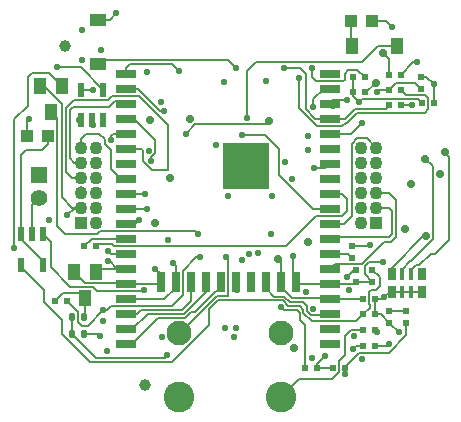
<source format=gbr>
G04 #@! TF.GenerationSoftware,KiCad,Pcbnew,7.0.7*
G04 #@! TF.CreationDate,2024-10-24T15:21:26-07:00*
G04 #@! TF.ProjectId,ESP_POE_1.4b,4553505f-504f-4455-9f31-2e34622e6b69,K*
G04 #@! TF.SameCoordinates,Original*
G04 #@! TF.FileFunction,Copper,L6,Bot*
G04 #@! TF.FilePolarity,Positive*
%FSLAX46Y46*%
G04 Gerber Fmt 4.6, Leading zero omitted, Abs format (unit mm)*
G04 Created by KiCad (PCBNEW 7.0.7) date 2024-10-24 15:21:26*
%MOMM*%
%LPD*%
G01*
G04 APERTURE LIST*
G04 Aperture macros list*
%AMRoundRect*
0 Rectangle with rounded corners*
0 $1 Rounding radius*
0 $2 $3 $4 $5 $6 $7 $8 $9 X,Y pos of 4 corners*
0 Add a 4 corners polygon primitive as box body*
4,1,4,$2,$3,$4,$5,$6,$7,$8,$9,$2,$3,0*
0 Add four circle primitives for the rounded corners*
1,1,$1+$1,$2,$3*
1,1,$1+$1,$4,$5*
1,1,$1+$1,$6,$7*
1,1,$1+$1,$8,$9*
0 Add four rect primitives between the rounded corners*
20,1,$1+$1,$2,$3,$4,$5,0*
20,1,$1+$1,$4,$5,$6,$7,0*
20,1,$1+$1,$6,$7,$8,$9,0*
20,1,$1+$1,$8,$9,$2,$3,0*%
G04 Aperture macros list end*
G04 #@! TA.AperFunction,ComponentPad*
%ADD10R,1.400000X1.400000*%
G04 #@! TD*
G04 #@! TA.AperFunction,ComponentPad*
%ADD11C,1.400000*%
G04 #@! TD*
G04 #@! TA.AperFunction,ComponentPad*
%ADD12C,2.100000*%
G04 #@! TD*
G04 #@! TA.AperFunction,ComponentPad*
%ADD13C,2.600000*%
G04 #@! TD*
G04 #@! TA.AperFunction,ComponentPad*
%ADD14R,1.100000X1.100000*%
G04 #@! TD*
G04 #@! TA.AperFunction,ComponentPad*
%ADD15C,1.100000*%
G04 #@! TD*
G04 #@! TA.AperFunction,SMDPad,CuDef*
%ADD16R,0.500000X0.550000*%
G04 #@! TD*
G04 #@! TA.AperFunction,SMDPad,CuDef*
%ADD17R,0.550000X0.500000*%
G04 #@! TD*
G04 #@! TA.AperFunction,ConnectorPad*
%ADD18C,1.000000*%
G04 #@! TD*
G04 #@! TA.AperFunction,SMDPad,CuDef*
%ADD19R,0.635000X1.016000*%
G04 #@! TD*
G04 #@! TA.AperFunction,SMDPad,CuDef*
%ADD20R,0.381000X1.016000*%
G04 #@! TD*
G04 #@! TA.AperFunction,SMDPad,CuDef*
%ADD21R,1.000000X1.400000*%
G04 #@! TD*
G04 #@! TA.AperFunction,SMDPad,CuDef*
%ADD22R,1.016000X1.016000*%
G04 #@! TD*
G04 #@! TA.AperFunction,SMDPad,CuDef*
%ADD23R,0.550000X1.200000*%
G04 #@! TD*
G04 #@! TA.AperFunction,SMDPad,CuDef*
%ADD24R,1.400000X1.000000*%
G04 #@! TD*
G04 #@! TA.AperFunction,SMDPad,CuDef*
%ADD25RoundRect,0.135000X0.135000X0.185000X-0.135000X0.185000X-0.135000X-0.185000X0.135000X-0.185000X0*%
G04 #@! TD*
G04 #@! TA.AperFunction,SMDPad,CuDef*
%ADD26R,1.800000X0.800000*%
G04 #@! TD*
G04 #@! TA.AperFunction,SMDPad,CuDef*
%ADD27R,0.800000X1.800000*%
G04 #@! TD*
G04 #@! TA.AperFunction,ComponentPad*
%ADD28C,0.700000*%
G04 #@! TD*
G04 #@! TA.AperFunction,ComponentPad*
%ADD29C,1.500000*%
G04 #@! TD*
G04 #@! TA.AperFunction,SMDPad,CuDef*
%ADD30R,3.900000X3.900000*%
G04 #@! TD*
G04 #@! TA.AperFunction,SMDPad,CuDef*
%ADD31RoundRect,0.135000X-0.135000X-0.185000X0.135000X-0.185000X0.135000X0.185000X-0.135000X0.185000X0*%
G04 #@! TD*
G04 #@! TA.AperFunction,ViaPad*
%ADD32C,0.550000*%
G04 #@! TD*
G04 #@! TA.AperFunction,ViaPad*
%ADD33C,0.700000*%
G04 #@! TD*
G04 #@! TA.AperFunction,Conductor*
%ADD34C,0.203200*%
G04 #@! TD*
G04 #@! TA.AperFunction,Conductor*
%ADD35C,0.200000*%
G04 #@! TD*
G04 APERTURE END LIST*
D10*
X74389520Y-143148050D03*
D11*
X74392060Y-145177510D03*
D12*
X86256400Y-156589400D03*
D13*
X86256400Y-161949400D03*
D12*
X94896400Y-156589400D03*
D13*
X94896400Y-161949400D03*
D14*
X77927200Y-147218400D03*
D15*
X79197200Y-147218400D03*
X77927200Y-145948400D03*
X79197200Y-145948400D03*
X77927200Y-144678400D03*
X79197200Y-144678400D03*
X77927200Y-143408400D03*
X79197200Y-143408400D03*
X77927200Y-142138400D03*
X79197200Y-142138400D03*
X77927200Y-140868400D03*
X79197200Y-140868400D03*
D16*
X105054400Y-137261600D03*
X104038400Y-137261600D03*
D17*
X100888800Y-150215600D03*
X100888800Y-149199600D03*
D18*
X83362800Y-160934400D03*
X76555600Y-132283200D03*
D19*
X104241600Y-151536400D03*
X104241600Y-153060400D03*
D20*
X105130600Y-151536400D03*
X105130600Y-153060400D03*
X105892600Y-151536400D03*
X105892600Y-153060400D03*
D19*
X106781600Y-151536400D03*
X106781600Y-153060400D03*
D16*
X105003600Y-134721600D03*
X103987600Y-134721600D03*
X105003600Y-135991600D03*
X103987600Y-135991600D03*
D17*
X106730800Y-135890000D03*
X106730800Y-134874000D03*
D21*
X74437240Y-135646160D03*
X76339700Y-135646160D03*
X75384660Y-137855960D03*
D17*
X102616000Y-151231600D03*
X102616000Y-152247600D03*
D16*
X101803200Y-154990800D03*
X102819200Y-154990800D03*
D22*
X75107800Y-139852400D03*
X73329800Y-139852400D03*
D23*
X72862400Y-148204400D03*
X73812400Y-148204400D03*
X74762400Y-148204400D03*
X74762400Y-150804400D03*
X72862400Y-150804400D03*
D17*
X101244400Y-151231600D03*
X101244400Y-152247600D03*
D16*
X96926400Y-159512000D03*
X97942400Y-159512000D03*
X106832400Y-137109200D03*
X107848400Y-137109200D03*
X101955600Y-134924800D03*
X100939600Y-134924800D03*
X101803200Y-156311600D03*
X102819200Y-156311600D03*
X101803200Y-157632400D03*
X102819200Y-157632400D03*
D21*
X77348000Y-151384000D03*
X79248000Y-151384000D03*
X78298000Y-153584000D03*
D16*
X102819200Y-153670000D03*
X101803200Y-153670000D03*
D24*
X79349600Y-130027600D03*
X79349600Y-133827600D03*
D17*
X105460800Y-155702000D03*
X105460800Y-154686000D03*
X104038400Y-155702000D03*
X104038400Y-154686000D03*
D21*
X104668400Y-132232400D03*
X100868400Y-132232400D03*
D16*
X100279200Y-159512000D03*
X99263200Y-159512000D03*
D25*
X78234000Y-156616400D03*
X77214000Y-156616400D03*
D16*
X100990400Y-136194800D03*
X102006400Y-136194800D03*
D26*
X98988000Y-134620000D03*
X98988000Y-135890000D03*
X98988000Y-137160000D03*
X98988000Y-138430000D03*
X98988000Y-139700000D03*
X98988000Y-140970000D03*
X98988000Y-142240000D03*
X98988000Y-143510000D03*
X98988000Y-144780000D03*
X98988000Y-146050000D03*
X98988000Y-147320000D03*
X98988000Y-148590000D03*
X98988000Y-149860000D03*
X98988000Y-151130000D03*
X98988000Y-152400000D03*
D27*
X96103000Y-152280000D03*
D26*
X98988000Y-153670000D03*
D27*
X94833000Y-152280000D03*
D26*
X98988000Y-154940000D03*
D27*
X93563000Y-152280000D03*
D26*
X98988000Y-156210000D03*
D27*
X92293000Y-152280000D03*
D26*
X98988000Y-157480000D03*
D27*
X91023000Y-152280000D03*
X89753000Y-152280000D03*
D26*
X81788000Y-157480000D03*
D27*
X88483000Y-152280000D03*
D26*
X81788000Y-156210000D03*
D27*
X87213000Y-152280000D03*
D26*
X81788000Y-154940000D03*
D27*
X85943000Y-152280000D03*
D26*
X81788000Y-153670000D03*
D27*
X84673000Y-152280000D03*
D26*
X81788000Y-152400000D03*
X81788000Y-151130000D03*
X81788000Y-149860000D03*
X81788000Y-148590000D03*
X81788000Y-147320000D03*
X81788000Y-146050000D03*
X81788000Y-144780000D03*
X81788000Y-143510000D03*
X81788000Y-142240000D03*
X81788000Y-140970000D03*
X81788000Y-139700000D03*
X81788000Y-138430000D03*
X81788000Y-137160000D03*
X81788000Y-135890000D03*
X81788000Y-134620000D03*
D28*
X93288000Y-143120000D03*
X93288000Y-141720000D03*
X92588000Y-143820000D03*
X92588000Y-141020000D03*
D29*
X91888000Y-142420000D03*
D30*
X91888000Y-142420000D03*
D28*
X91188000Y-143820000D03*
X91188000Y-141020000D03*
X90488000Y-143120000D03*
X90488000Y-141720000D03*
D31*
X77214000Y-155194000D03*
X78234000Y-155194000D03*
D23*
X79842400Y-138561600D03*
X78892400Y-138561600D03*
X77942400Y-138561600D03*
X77942400Y-135961600D03*
X79842400Y-135961600D03*
D16*
X79248000Y-149199600D03*
X78232000Y-149199600D03*
D22*
X100761800Y-130149600D03*
X102539800Y-130149600D03*
D16*
X76758800Y-153873200D03*
X75742800Y-153873200D03*
D14*
X102920800Y-147218400D03*
D15*
X101650800Y-147218400D03*
X102920800Y-145948400D03*
X101650800Y-145948400D03*
X102920800Y-144678400D03*
X101650800Y-144678400D03*
X102920800Y-143408400D03*
X101650800Y-143408400D03*
X102920800Y-142138400D03*
X101650800Y-142138400D03*
X102920800Y-140868400D03*
X101650800Y-140868400D03*
D32*
X93573600Y-135261600D03*
X76384400Y-135820400D03*
X72288400Y-149402800D03*
X96367600Y-134975600D03*
X98602800Y-158496000D03*
X104241600Y-130657600D03*
X86207600Y-134367600D03*
X97180400Y-139903200D03*
X79774800Y-155549600D03*
X92913200Y-149809200D03*
D33*
X97180400Y-148856298D03*
D32*
X100634800Y-152884800D03*
D33*
X102903979Y-135378187D03*
D32*
X98988000Y-134620000D03*
X103479600Y-150571200D03*
X75239700Y-146964400D03*
X103987600Y-157480000D03*
X95859600Y-150032800D03*
X73558400Y-138430000D03*
X84767299Y-156925237D03*
X77779700Y-138561600D03*
X78028800Y-130911600D03*
X107797600Y-135483600D03*
X105968800Y-137261600D03*
X77984024Y-133483076D03*
X104827901Y-156514800D03*
X106426000Y-133654800D03*
X79552800Y-156819600D03*
X97586800Y-137464800D03*
X103632000Y-153517600D03*
D33*
X85445600Y-143459200D03*
D32*
X83566000Y-134447100D03*
D33*
X103530400Y-132892800D03*
X100868400Y-132232400D03*
D32*
X99314000Y-137312400D03*
X100489115Y-136874658D03*
X101041200Y-156819600D03*
X79603600Y-132638800D03*
D33*
X105867200Y-143916400D03*
D32*
X106730800Y-151771600D03*
X84226400Y-151130000D03*
X86798849Y-139687300D03*
D33*
X93850621Y-138610179D03*
D32*
X80924400Y-129489200D03*
X97028000Y-153130000D03*
X90220800Y-150114000D03*
X87833200Y-148183600D03*
X76758800Y-146608800D03*
X80162400Y-158108400D03*
X100945292Y-157900100D03*
X98988000Y-144780000D03*
X103022400Y-136120300D03*
X101752400Y-138785600D03*
X75895200Y-134061200D03*
X78943200Y-138988800D03*
X80264103Y-150432480D03*
X101498400Y-137026400D03*
X97688400Y-142627600D03*
X92151200Y-149860000D03*
X91024898Y-156179400D03*
X90881200Y-156921200D03*
X91541600Y-150418800D03*
X90127902Y-156179400D03*
D33*
X108762800Y-141274800D03*
X107098899Y-141822000D03*
D32*
X102385801Y-149098000D03*
X95250000Y-142087600D03*
D33*
X105359200Y-147777200D03*
X108305600Y-143103600D03*
D32*
X85750400Y-150622000D03*
D33*
X107141554Y-148336615D03*
D32*
X81603600Y-148590000D03*
D33*
X83810951Y-138569200D03*
X87128700Y-138417300D03*
X94640400Y-150317200D03*
D32*
X83566000Y-146050000D03*
X99163106Y-149809029D03*
X83667600Y-141122400D03*
X84696128Y-137021528D03*
X80257900Y-149606000D03*
X98450400Y-157378400D03*
X91135700Y-152921239D03*
X92298700Y-152280000D03*
X98704400Y-156210000D03*
X83261200Y-152940000D03*
X97485200Y-134162800D03*
X100431600Y-151841200D03*
X94848690Y-154352127D03*
X100252962Y-160044562D03*
X97611543Y-154533468D03*
X85242400Y-158464000D03*
X95808800Y-143510000D03*
X94005254Y-148208854D03*
X79825600Y-154635200D03*
X88036400Y-150164800D03*
X94132400Y-144969500D03*
X89357200Y-140614400D03*
X90358280Y-144969957D03*
X91983560Y-138360400D03*
X101701600Y-158800800D03*
D33*
X95961200Y-157835600D03*
D32*
X102972438Y-156515638D03*
D33*
X84226400Y-147269200D03*
D32*
X75107800Y-139852400D03*
X90078400Y-135280400D03*
X80453800Y-140258800D03*
X85293200Y-148710400D03*
X104038400Y-154686000D03*
X91541600Y-139801600D03*
X97129600Y-141071600D03*
X85007200Y-137787257D03*
X83874200Y-142036800D03*
X83330800Y-144780000D03*
X78994000Y-135991600D03*
X82854800Y-147015200D03*
X95148400Y-134162300D03*
X91084400Y-134144000D03*
X98988000Y-140970000D03*
X97466400Y-158718000D03*
D34*
X107311000Y-137612800D02*
X107027200Y-137896600D01*
X107311000Y-136681800D02*
X107311000Y-137612800D01*
X101310164Y-137896600D02*
X100446564Y-138760200D01*
X72288400Y-138480800D02*
X73456800Y-137312400D01*
X100040400Y-139058600D02*
X97935600Y-139058600D01*
X75262740Y-134569200D02*
X76339700Y-135646160D01*
X107027200Y-137896600D02*
X101310164Y-137896600D01*
X73456800Y-137312400D02*
X73456800Y-134924800D01*
X72288400Y-149402800D02*
X72288400Y-138480800D01*
X96367600Y-137490600D02*
X96367600Y-134975600D01*
X105003600Y-135991600D02*
X105439800Y-136427800D01*
X73812400Y-134569200D02*
X75262740Y-134569200D01*
X105439800Y-136427800D02*
X107057000Y-136427800D01*
X97935600Y-139058600D02*
X96367600Y-137490600D01*
X76384400Y-135820400D02*
X76384400Y-135690860D01*
X107057000Y-136427800D02*
X107311000Y-136681800D01*
X100446564Y-138760200D02*
X100338800Y-138760200D01*
X76384400Y-135690860D02*
X76339700Y-135646160D01*
X73456800Y-134924800D02*
X73812400Y-134569200D01*
X100338800Y-138760200D02*
X100040400Y-139058600D01*
X73812400Y-145757170D02*
X74392060Y-145177510D01*
X73329800Y-139852400D02*
X73329800Y-138658600D01*
X95859600Y-150032800D02*
X95859600Y-151536600D01*
X102539800Y-130149600D02*
X103733600Y-130149600D01*
X101955600Y-150918400D02*
X102302800Y-150571200D01*
X103835200Y-157632400D02*
X103987600Y-157480000D01*
X101092000Y-152400000D02*
X101244400Y-152247600D01*
X86207600Y-134367600D02*
X85647200Y-133807200D01*
X101955600Y-150918400D02*
X101955600Y-151587200D01*
X97942400Y-159156400D02*
X98602800Y-158496000D01*
X101244400Y-152247600D02*
X102616000Y-152247600D01*
X106730800Y-134874000D02*
X107188000Y-134874000D01*
X102819200Y-157632400D02*
X103835200Y-157632400D01*
D35*
X102006400Y-136194800D02*
X102087366Y-136194800D01*
D34*
X103733600Y-130149600D02*
X104241600Y-130657600D01*
X73329800Y-138658600D02*
X73558400Y-138430000D01*
X107188000Y-134874000D02*
X107797600Y-135483600D01*
X101955600Y-151587200D02*
X102616000Y-152247600D01*
X98988000Y-152400000D02*
X101092000Y-152400000D01*
X96103000Y-151780000D02*
X96103000Y-152280000D01*
X107848400Y-135534400D02*
X107797600Y-135483600D01*
X97942400Y-159512000D02*
X97942400Y-159156400D01*
X95859600Y-151536600D02*
X96103000Y-151780000D01*
X107848400Y-137109200D02*
X107848400Y-135534400D01*
D35*
X102087366Y-136194800D02*
X102903979Y-135378187D01*
D34*
X96223000Y-152400000D02*
X96103000Y-152280000D01*
X98988000Y-152400000D02*
X96223000Y-152400000D01*
X77779700Y-138561600D02*
X77942400Y-138561600D01*
X85647200Y-133807200D02*
X82092800Y-133807200D01*
X99263200Y-159512000D02*
X97942400Y-159512000D01*
X99148700Y-134459300D02*
X98988000Y-134620000D01*
X102302800Y-150571200D02*
X103479600Y-150571200D01*
X81788000Y-134112000D02*
X81788000Y-134620000D01*
X73812400Y-148204400D02*
X73812400Y-145757170D01*
X82092800Y-133807200D02*
X81788000Y-134112000D01*
X104038400Y-155725299D02*
X104038400Y-155702000D01*
X104241600Y-153060400D02*
X105130600Y-153060400D01*
X106781600Y-153060400D02*
X105892600Y-153060400D01*
X79349600Y-156616400D02*
X79552800Y-156819600D01*
X105892600Y-153060400D02*
X105130600Y-153060400D01*
X103632000Y-153517600D02*
X103479600Y-153670000D01*
X104089200Y-153060400D02*
X104241600Y-153060400D01*
X105968800Y-137261600D02*
X105054400Y-137261600D01*
X78232000Y-156616400D02*
X79349600Y-156616400D01*
X104827901Y-156514800D02*
X104038400Y-155725299D01*
X103632000Y-153517600D02*
X104089200Y-153060400D01*
X98488000Y-135890000D02*
X97586800Y-136791200D01*
X106070400Y-133654800D02*
X106426000Y-133654800D01*
X98988000Y-135890000D02*
X98488000Y-135890000D01*
X102819200Y-154990800D02*
X103327200Y-154990800D01*
X97586800Y-136791200D02*
X97586800Y-137464800D01*
X103327200Y-154990800D02*
X104038400Y-155702000D01*
X103479600Y-153670000D02*
X102819200Y-153670000D01*
X105003600Y-134721600D02*
X106070400Y-133654800D01*
X102819200Y-153670000D02*
X102819200Y-154990800D01*
X100489115Y-136874658D02*
X99273342Y-136874658D01*
X103987600Y-134721600D02*
X103987600Y-133350000D01*
X98988000Y-137160000D02*
X99161600Y-137160000D01*
X103987600Y-133350000D02*
X103530400Y-132892800D01*
X99161600Y-137160000D02*
X99314000Y-137312400D01*
X99273342Y-136874658D02*
X98988000Y-137160000D01*
D35*
X100761800Y-130149600D02*
X100761800Y-132125800D01*
X100761800Y-132125800D02*
X100868400Y-132232400D01*
D34*
X81700600Y-152312600D02*
X81788000Y-152400000D01*
X106781600Y-151536400D02*
X106781600Y-151720800D01*
X77348000Y-151384000D02*
X78276600Y-152312600D01*
X84673000Y-152280000D02*
X84673000Y-151576600D01*
X93850621Y-138610179D02*
X93596800Y-138864000D01*
X93596800Y-138864000D02*
X87622149Y-138864000D01*
X106781600Y-151720800D02*
X106730800Y-151771600D01*
X84673000Y-151576600D02*
X84226400Y-151130000D01*
X84553000Y-152400000D02*
X84673000Y-152280000D01*
X87622149Y-138864000D02*
X86798849Y-139687300D01*
X78276600Y-152312600D02*
X81700600Y-152312600D01*
X81788000Y-152400000D02*
X84553000Y-152400000D01*
X80924400Y-129489200D02*
X80386000Y-130027600D01*
X80386000Y-130027600D02*
X79349600Y-130027600D01*
X100279200Y-156817217D02*
X100279200Y-158441590D01*
X86302811Y-156589400D02*
X89483611Y-153408600D01*
X75384660Y-137855960D02*
X75895200Y-138366500D01*
X100817317Y-156279100D02*
X100279200Y-156817217D01*
X79333107Y-148183600D02*
X79557807Y-147958900D01*
X101770700Y-156279100D02*
X100817317Y-156279100D01*
X101803200Y-156311600D02*
X101770700Y-156279100D01*
X86256400Y-156589400D02*
X86302811Y-156589400D01*
X75895200Y-147472400D02*
X76606400Y-148183600D01*
X90381600Y-153408600D02*
X90381600Y-150274800D01*
X75895200Y-138366500D02*
X75895200Y-147472400D01*
X96419400Y-160426400D02*
X94896400Y-161949400D01*
X76606400Y-148183600D02*
X79333107Y-148183600D01*
X79557807Y-147958900D02*
X87608500Y-147958900D01*
X99749362Y-159889438D02*
X99749362Y-158971428D01*
X99749362Y-158971428D02*
X100279200Y-158441590D01*
X89483611Y-153408600D02*
X90381600Y-153408600D01*
X99212400Y-160426400D02*
X99749362Y-159889438D01*
X87608500Y-147958900D02*
X87833200Y-148183600D01*
X99212400Y-160426400D02*
X96419400Y-160426400D01*
X90381600Y-150274800D02*
X90220800Y-150114000D01*
X75742800Y-153873200D02*
X76403200Y-153212800D01*
X78298000Y-155128000D02*
X78232000Y-155194000D01*
X78298000Y-153584000D02*
X78298000Y-155128000D01*
X77926800Y-153212800D02*
X78298000Y-153584000D01*
X76403200Y-153212800D02*
X77926800Y-153212800D01*
X77216000Y-145948400D02*
X76352400Y-145084800D01*
X76352400Y-137210800D02*
X74787760Y-135646160D01*
X77419200Y-145948400D02*
X77927200Y-145948400D01*
X77927200Y-145948400D02*
X77216000Y-145948400D01*
X76758800Y-146608800D02*
X77419200Y-145948400D01*
X76352400Y-145084800D02*
X76352400Y-137210800D01*
X100945292Y-157900100D02*
X101212992Y-157632400D01*
X74787760Y-135646160D02*
X74437240Y-135646160D01*
X74157840Y-135646160D02*
X74437240Y-135646160D01*
X101212992Y-157632400D02*
X101803200Y-157632400D01*
X95319400Y-149231400D02*
X97859400Y-146691400D01*
X79248000Y-149199600D02*
X79382100Y-149065500D01*
X80748400Y-149231400D02*
X95319400Y-149231400D01*
X100482400Y-145186400D02*
X100076000Y-144780000D01*
X80582500Y-149065500D02*
X80748400Y-149231400D01*
X100076000Y-144780000D02*
X98988000Y-144780000D01*
X100027600Y-146691400D02*
X100482400Y-146236600D01*
X100482400Y-146236600D02*
X100482400Y-145186400D01*
X97859400Y-146691400D02*
X100027600Y-146691400D01*
X79382100Y-149065500D02*
X80582500Y-149065500D01*
X100838000Y-139700000D02*
X98988000Y-139700000D01*
X104597200Y-135382000D02*
X103987600Y-135991600D01*
X103151100Y-135991600D02*
X103022400Y-136120300D01*
X103987600Y-135991600D02*
X103151100Y-135991600D01*
X101752400Y-138785600D02*
X100838000Y-139700000D01*
X106222800Y-135382000D02*
X104597200Y-135382000D01*
X106730800Y-135890000D02*
X106222800Y-135382000D01*
X75895200Y-134061200D02*
X77942000Y-134061200D01*
X77942000Y-134061200D02*
X79842400Y-135961600D01*
X81026000Y-151130000D02*
X80314800Y-150418800D01*
X81788000Y-151130000D02*
X81026000Y-151130000D01*
X78892400Y-138561600D02*
X78892400Y-138938000D01*
X81788000Y-151130000D02*
X79502000Y-151130000D01*
X78892400Y-138938000D02*
X78943200Y-138988800D01*
X79502000Y-151130000D02*
X79248000Y-151384000D01*
X101766800Y-136758000D02*
X106481200Y-136758000D01*
X100939600Y-134924800D02*
X100939600Y-136144000D01*
X101498400Y-137026400D02*
X101766800Y-136758000D01*
X100990400Y-136194800D02*
X100990400Y-136518400D01*
X106481200Y-136758000D02*
X106832400Y-137109200D01*
X97688400Y-142627600D02*
X98600400Y-142627600D01*
X100939600Y-136144000D02*
X100990400Y-136194800D01*
X98600400Y-142627600D02*
X98988000Y-142240000D01*
X100990400Y-136518400D02*
X101498400Y-137026400D01*
X90127902Y-156179400D02*
X90127902Y-156269502D01*
D35*
X105892600Y-151219900D02*
X106274100Y-150838400D01*
X109118400Y-141630400D02*
X108762800Y-141274800D01*
X109118400Y-148691600D02*
X109118400Y-141630400D01*
X105892600Y-151536400D02*
X105892600Y-151219900D01*
X107543600Y-149860000D02*
X107950000Y-149860000D01*
X106274100Y-150838400D02*
X106565200Y-150838400D01*
X107950000Y-149860000D02*
X109118400Y-148691600D01*
X106565200Y-150838400D02*
X107543600Y-149860000D01*
D34*
X107720154Y-142443255D02*
X107098899Y-141822000D01*
X105841800Y-150495000D02*
X107720154Y-148616646D01*
X107720154Y-148616646D02*
X107720154Y-142443255D01*
X105130600Y-151536400D02*
X105130600Y-151196426D01*
X105130600Y-151196426D02*
X105832026Y-150495000D01*
X105832026Y-150495000D02*
X105841800Y-150495000D01*
X100888800Y-149199600D02*
X100888800Y-148996400D01*
X102284201Y-149199600D02*
X102385801Y-149098000D01*
X100888800Y-149199600D02*
X102284201Y-149199600D01*
X81788000Y-153670000D02*
X84988400Y-153670000D01*
X85750400Y-150622000D02*
X85943000Y-150814600D01*
X85943000Y-152715400D02*
X85943000Y-152280000D01*
X85943000Y-150814600D02*
X85943000Y-152280000D01*
X84988400Y-153670000D02*
X85943000Y-152715400D01*
X104241600Y-151028400D02*
X106933385Y-148336615D01*
X104241600Y-151536400D02*
X104241600Y-151028400D01*
X106933385Y-148336615D02*
X107141554Y-148336615D01*
X78841600Y-148590000D02*
X78232000Y-149199600D01*
X81788000Y-148590000D02*
X78841600Y-148590000D01*
X101803200Y-153670000D02*
X98988000Y-153670000D01*
X94833000Y-152691000D02*
X95775600Y-153633600D01*
X98951600Y-153633600D02*
X98988000Y-153670000D01*
X95775600Y-153633600D02*
X98951600Y-153633600D01*
X94833000Y-152280000D02*
X94833000Y-150509800D01*
X94833000Y-151962000D02*
X94833000Y-152280000D01*
X94833000Y-152280000D02*
X94833000Y-152691000D01*
X94833000Y-150509800D02*
X94640400Y-150317200D01*
X83566000Y-146050000D02*
X81788000Y-146050000D01*
X100533200Y-149860000D02*
X100888800Y-150215600D01*
X98988000Y-149860000D02*
X100533200Y-149860000D01*
X81788000Y-149860000D02*
X80511900Y-149860000D01*
X80511900Y-149860000D02*
X80257900Y-149606000D01*
X83051700Y-154590700D02*
X82702400Y-154940000D01*
X82702400Y-154940000D02*
X81788000Y-154940000D01*
X87213000Y-153883800D02*
X86503668Y-154593132D01*
X83064300Y-154590700D02*
X83051700Y-154590700D01*
X86503668Y-154593132D02*
X83066732Y-154593132D01*
X83066732Y-154593132D02*
X83064300Y-154590700D01*
X87213000Y-152280000D02*
X87213000Y-153883800D01*
X88483000Y-152280000D02*
X88483000Y-153080774D01*
X88483000Y-153080774D02*
X86640442Y-154923332D01*
X83582668Y-154923332D02*
X82296000Y-156210000D01*
X86640442Y-154923332D02*
X83582668Y-154923332D01*
X82296000Y-156210000D02*
X81788000Y-156210000D01*
X89753000Y-152280000D02*
X89753000Y-152780000D01*
X87633818Y-154787600D02*
X87243148Y-154787600D01*
X89381118Y-153040300D02*
X87633818Y-154787600D01*
X84471668Y-155253532D02*
X82245200Y-157480000D01*
X89492700Y-153040300D02*
X89381118Y-153040300D01*
X89753000Y-152780000D02*
X89492700Y-153040300D01*
X87243148Y-154787600D02*
X86777215Y-155253532D01*
X82245200Y-157480000D02*
X81788000Y-157480000D01*
X86777215Y-155253532D02*
X84471668Y-155253532D01*
X98552000Y-157480000D02*
X98450400Y-157378400D01*
X91023000Y-152808539D02*
X91023000Y-152280000D01*
X98988000Y-157480000D02*
X98552000Y-157480000D01*
X91135700Y-152921239D02*
X91023000Y-152808539D01*
X98988000Y-156210000D02*
X98704400Y-156210000D01*
X92298700Y-152280000D02*
X92293000Y-152280000D01*
X93563000Y-152280000D02*
X93563000Y-152780000D01*
X95638827Y-153963800D02*
X96763000Y-153963800D01*
X94264582Y-153481582D02*
X95156608Y-153481582D01*
X98890932Y-155037068D02*
X98988000Y-154940000D01*
X97402945Y-155037068D02*
X98890932Y-155037068D01*
X96763000Y-153963800D02*
X97107943Y-154308743D01*
X95156608Y-153481582D02*
X95638827Y-153963800D01*
X93563000Y-152780000D02*
X94264582Y-153481582D01*
X97107943Y-154308743D02*
X97107943Y-154742066D01*
X97107943Y-154742066D02*
X97402945Y-155037068D01*
X78949000Y-152654000D02*
X77037000Y-152654000D01*
X75387200Y-148829200D02*
X74762400Y-148204400D01*
X75387200Y-151004200D02*
X75387200Y-148829200D01*
X79323600Y-153028600D02*
X83172600Y-153028600D01*
X78949000Y-152654000D02*
X79323600Y-153028600D01*
X77037000Y-152654000D02*
X75387200Y-151004200D01*
X83172600Y-153028600D02*
X83261200Y-152940000D01*
X96777743Y-154588143D02*
X96777743Y-154878840D01*
X101212600Y-155581400D02*
X101803200Y-154990800D01*
X74822974Y-153969374D02*
X76352400Y-155498800D01*
X103225600Y-152620200D02*
X103225600Y-151841200D01*
X103225600Y-151841200D02*
X102616000Y-151231600D01*
X102514400Y-152908000D02*
X102937800Y-152908000D01*
X102937800Y-152908000D02*
X103225600Y-152620200D01*
X88798400Y-154560784D02*
X89547402Y-153811782D01*
X76767100Y-157081900D02*
X76775500Y-157081900D01*
X88798400Y-155855614D02*
X88798400Y-154560784D01*
X96777743Y-154878840D02*
X97480303Y-155581400D01*
X85650014Y-159004000D02*
X88798400Y-155855614D01*
X76775500Y-157081900D02*
X78697600Y-159004000D01*
X76352400Y-156667200D02*
X76767100Y-157081900D01*
X72862400Y-150942000D02*
X74822974Y-152902574D01*
X102378700Y-154415300D02*
X102378700Y-154173600D01*
X96483600Y-154294000D02*
X96777743Y-154588143D01*
X102378700Y-154173600D02*
X102340600Y-154135500D01*
X89547402Y-153811782D02*
X95019836Y-153811782D01*
X97480303Y-155581400D02*
X101212600Y-155581400D01*
X101803200Y-154990800D02*
X102378700Y-154415300D01*
X95019836Y-153811782D02*
X95502054Y-154294000D01*
X74822974Y-152902574D02*
X74822974Y-153969374D01*
X78697600Y-159004000D02*
X85650014Y-159004000D01*
X76352400Y-155498800D02*
X76352400Y-156667200D01*
X95502054Y-154294000D02*
X96483600Y-154294000D01*
X102340600Y-153081800D02*
X102514400Y-152908000D01*
X102340600Y-154135500D02*
X102340600Y-153081800D01*
X72862400Y-150804400D02*
X72862400Y-150942000D01*
X100253800Y-134645400D02*
X100584000Y-134315200D01*
X97485200Y-134874400D02*
X97859400Y-135248600D01*
X100116600Y-135248600D02*
X100253800Y-135111400D01*
X101346000Y-134315200D02*
X101955600Y-134924800D01*
X97859400Y-135248600D02*
X100116600Y-135248600D01*
X100253800Y-135111400D02*
X100253800Y-134645400D01*
X100584000Y-134315200D02*
X101346000Y-134315200D01*
X97485200Y-134162800D02*
X97485200Y-134874400D01*
X101041200Y-151231600D02*
X100431600Y-151841200D01*
X101244400Y-151231600D02*
X101041200Y-151231600D01*
X96447543Y-154940000D02*
X96447543Y-155015614D01*
X96447543Y-155432743D02*
X96447543Y-154940000D01*
X95120763Y-154624200D02*
X96206365Y-154624200D01*
X96447543Y-154865378D02*
X96447543Y-154940000D01*
X96206365Y-154624200D02*
X96447543Y-154865378D01*
X96926400Y-155911600D02*
X96926400Y-159512000D01*
X96926400Y-155911600D02*
X96447543Y-155432743D01*
X94848690Y-154352127D02*
X95120763Y-154624200D01*
X105460800Y-155702000D02*
X105460800Y-156771183D01*
X100279200Y-160018324D02*
X100279200Y-159512000D01*
X100279200Y-159410400D02*
X100279200Y-159512000D01*
X103989983Y-158242000D02*
X101447600Y-158242000D01*
X105460800Y-156771183D02*
X103989983Y-158242000D01*
X100252962Y-160044562D02*
X100279200Y-160018324D01*
X101447600Y-158242000D02*
X100279200Y-159410400D01*
X85058000Y-158648400D02*
X85242400Y-158464000D01*
X77216000Y-156616400D02*
X79248000Y-158648400D01*
X77216000Y-155194000D02*
X77216000Y-156616400D01*
X79248000Y-158648400D02*
X83667600Y-158648400D01*
X83667600Y-158648400D02*
X85058000Y-158648400D01*
X76758800Y-153873200D02*
X77712600Y-154827000D01*
X82914926Y-154260500D02*
X85643500Y-154260500D01*
X85643500Y-154260500D02*
X86571600Y-153332400D01*
X77712600Y-155656800D02*
X78011800Y-155956000D01*
X80460800Y-154311400D02*
X82864026Y-154311400D01*
X79825600Y-154635200D02*
X80137000Y-154635200D01*
X78011800Y-155956000D02*
X78504800Y-155956000D01*
X86571600Y-151274000D02*
X87680800Y-150164800D01*
X82864026Y-154311400D02*
X82914926Y-154260500D01*
X87680800Y-150164800D02*
X88036400Y-150164800D01*
X78504800Y-155956000D02*
X79825600Y-154635200D01*
X86571600Y-153332400D02*
X86571600Y-151274000D01*
X80137000Y-154635200D02*
X80460800Y-154311400D01*
X77712600Y-154827000D02*
X77712600Y-155656800D01*
X91983560Y-138360400D02*
X91983560Y-134381240D01*
X91983560Y-134381240D02*
X92742500Y-133622300D01*
D35*
X104668400Y-132232400D02*
X103124000Y-132232400D01*
D34*
X101734100Y-133622300D02*
X103124000Y-132232400D01*
X92742500Y-133622300D02*
X101734100Y-133622300D01*
X102819200Y-156362400D02*
X102972438Y-156515638D01*
X102819200Y-156311600D02*
X102819200Y-156362400D01*
X72862400Y-141493200D02*
X72862400Y-148204400D01*
X73253600Y-141071600D02*
X72847200Y-141478000D01*
X74762400Y-150804400D02*
X74762400Y-150505200D01*
X74625200Y-141071600D02*
X73253600Y-141071600D01*
X75107800Y-139852400D02*
X75107800Y-140589000D01*
X72862400Y-148605200D02*
X72862400Y-148204400D01*
X72847200Y-141478000D02*
X72862400Y-141493200D01*
X74762400Y-150505200D02*
X72862400Y-148605200D01*
X75107800Y-140589000D02*
X74625200Y-141071600D01*
X80453800Y-140258800D02*
X80453800Y-139916600D01*
X80453800Y-139916600D02*
X80670400Y-139700000D01*
X105460800Y-154686000D02*
X104038400Y-154686000D01*
X80670400Y-139700000D02*
X81788000Y-139700000D01*
X104038400Y-148437600D02*
X99140400Y-148437600D01*
X104267000Y-146227800D02*
X104267000Y-148209000D01*
X99140400Y-148437600D02*
X98988000Y-148590000D01*
X102920800Y-145948400D02*
X103987600Y-145948400D01*
X103987600Y-145948400D02*
X104267000Y-146227800D01*
X104267000Y-148209000D02*
X104038400Y-148437600D01*
X100872200Y-146676200D02*
X100228400Y-147320000D01*
X101328293Y-140089800D02*
X100872200Y-140545893D01*
X102142200Y-140089800D02*
X101328293Y-140089800D01*
X102920800Y-140868400D02*
X102142200Y-140089800D01*
X100228400Y-147320000D02*
X98988000Y-147320000D01*
X100872200Y-140545893D02*
X100872200Y-146676200D01*
X97584417Y-146050000D02*
X98988000Y-146050000D01*
X93550600Y-139801600D02*
X94709500Y-140960500D01*
X94709500Y-143175083D02*
X97584417Y-146050000D01*
X94709500Y-140960500D02*
X94709500Y-143175083D01*
X91541600Y-139801600D02*
X93550600Y-139801600D01*
X77927200Y-144678400D02*
X77927200Y-144148900D01*
X77927200Y-144148900D02*
X77978000Y-144148900D01*
X82755917Y-135890000D02*
X81788000Y-135890000D01*
X85007200Y-137787257D02*
X84653174Y-137787257D01*
X84653174Y-137787257D02*
X82755917Y-135890000D01*
X77012800Y-137677774D02*
X77225774Y-137464800D01*
X80269174Y-137464800D02*
X80834274Y-136899700D01*
X77012800Y-141782800D02*
X77012800Y-137677774D01*
X77225774Y-137464800D02*
X80269174Y-137464800D01*
X82048300Y-136899700D02*
X81788000Y-137160000D01*
X77368400Y-142138400D02*
X77012800Y-141782800D01*
X77927200Y-142138400D02*
X77368400Y-142138400D01*
X80834274Y-136899700D02*
X82048300Y-136899700D01*
X83058000Y-140970000D02*
X83164000Y-141076000D01*
X83164000Y-141076000D02*
X83164000Y-142041200D01*
X77149383Y-143408400D02*
X77927200Y-143408400D01*
X85293200Y-138984200D02*
X82827600Y-136518600D01*
X83164000Y-142041200D02*
X83921600Y-142798800D01*
X85242400Y-142798800D02*
X85293200Y-142748000D01*
X80543600Y-136518600D02*
X80211600Y-136850600D01*
X77373000Y-136850600D02*
X76682600Y-137541000D01*
X80211600Y-136850600D02*
X77373000Y-136850600D01*
X76682600Y-137541000D02*
X76682600Y-142941617D01*
X76682600Y-142941617D02*
X77149383Y-143408400D01*
X85293200Y-142748000D02*
X85293200Y-138984200D01*
X83921600Y-142798800D02*
X85242400Y-142798800D01*
X81788000Y-140970000D02*
X83058000Y-140970000D01*
X82827600Y-136518600D02*
X80543600Y-136518600D01*
X83876198Y-141626000D02*
X84171200Y-141330998D01*
X82397600Y-138430000D02*
X81788000Y-138430000D01*
X83874200Y-142036800D02*
X83874200Y-141626000D01*
X84171200Y-140203600D02*
X82397600Y-138430000D01*
X84171200Y-141330998D02*
X84171200Y-140203600D01*
X83874200Y-141626000D02*
X83876198Y-141626000D01*
X79950200Y-140173600D02*
X79486387Y-139709787D01*
X77927200Y-140106400D02*
X77927200Y-140868400D01*
X79950200Y-140574174D02*
X79950200Y-140173600D01*
X80467200Y-142689200D02*
X80467200Y-141091174D01*
X80467200Y-141091174D02*
X79950200Y-140574174D01*
X81288000Y-143510000D02*
X80467200Y-142689200D01*
X78323813Y-139709787D02*
X77927200Y-140106400D01*
X79486387Y-139709787D02*
X78323813Y-139709787D01*
X81788000Y-143510000D02*
X81288000Y-143510000D01*
X83330800Y-144780000D02*
X81788000Y-144780000D01*
X82550000Y-147320000D02*
X82854800Y-147015200D01*
X81788000Y-147320000D02*
X82550000Y-147320000D01*
X78973200Y-135961600D02*
X78994000Y-135940800D01*
X77942400Y-135961600D02*
X78973200Y-135961600D01*
X104597200Y-145288000D02*
X104597200Y-148437600D01*
X103566926Y-148840100D02*
X101712826Y-150694200D01*
X104597200Y-148437600D02*
X104194700Y-148840100D01*
X101712826Y-150694200D02*
X99423800Y-150694200D01*
X103987600Y-144678400D02*
X104597200Y-145288000D01*
X99423800Y-150694200D02*
X98988000Y-151130000D01*
X102920800Y-144678400D02*
X103987600Y-144678400D01*
X104194700Y-148840100D02*
X103566926Y-148840100D01*
X103733600Y-137566400D02*
X101173390Y-137566400D01*
X100309790Y-138430000D02*
X98988000Y-138430000D01*
X79725600Y-133451600D02*
X90392000Y-133451600D01*
X101173390Y-137566400D02*
X100309790Y-138430000D01*
X79349600Y-133827600D02*
X79725600Y-133451600D01*
X96977200Y-134620000D02*
X96519500Y-134162300D01*
X98988000Y-138430000D02*
X97787617Y-138430000D01*
X96977200Y-137619583D02*
X96977200Y-134620000D01*
X96519500Y-134162300D02*
X95148400Y-134162300D01*
X97787617Y-138430000D02*
X96977200Y-137619583D01*
X90392000Y-133451600D02*
X91084400Y-134144000D01*
X104038400Y-137261600D02*
X103733600Y-137566400D01*
M02*

</source>
